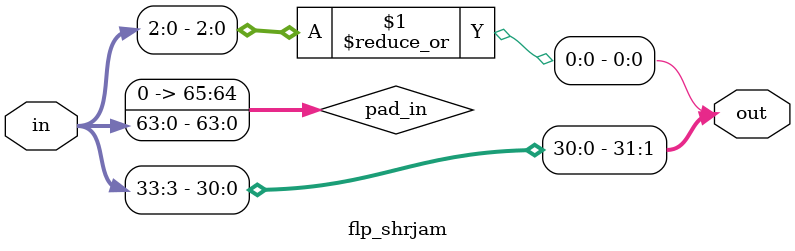
<source format=v>
/*
 * Copyright (c) 2020 The VxEngine Project. All rights reserved.
 *
 * Redistribution and use in source and binary forms, with or without
 * modification, are permitted provided that the following conditions
 * are met:
 * 1. Redistributions of source code must retain the above copyright
 *    notice, this list of conditions and the following disclaimer.
 * 2. Redistributions in binary form must reproduce the above copyright
 *    notice, this list of conditions and the following disclaimer in the
 *    documentation and/or other materials provided with the distribution.
 *
 * THIS SOFTWARE IS PROVIDED BY THE AUTHOR AND CONTRIBUTORS ``AS IS'' AND
 * ANY EXPRESS OR IMPLIED WARRANTIES, INCLUDING, BUT NOT LIMITED TO, THE
 * IMPLIED WARRANTIES OF MERCHANTABILITY AND FITNESS FOR A PARTICULAR PURPOSE
 * ARE DISCLAIMED.  IN NO EVENT SHALL THE AUTHOR OR CONTRIBUTORS BE LIABLE
 * FOR ANY DIRECT, INDIRECT, INCIDENTAL, SPECIAL, EXEMPLARY, OR CONSEQUENTIAL
 * DAMAGES (INCLUDING, BUT NOT LIMITED TO, PROCUREMENT OF SUBSTITUTE GOODS
 * OR SERVICES; LOSS OF USE, DATA, OR PROFITS; OR BUSINESS INTERRUPTION)
 * HOWEVER CAUSED AND ON ANY THEORY OF LIABILITY, WHETHER IN CONTRACT, STRICT
 * LIABILITY, OR TORT (INCLUDING NEGLIGENCE OR OTHERWISE) ARISING IN ANY WAY
 * OUT OF THE USE OF THIS SOFTWARE, EVEN IF ADVISED OF THE POSSIBILITY OF
 * SUCH DAMAGE.
 */

/*
 * Shift right and jam bits 
 */

module flp_shrjam(
	in,
	out
);
parameter INWIDTH = 64;		/* Input width */
parameter OUTWIDTH = 32;	/* Output width */
parameter SHAMT = 2;		/* Shift amount */
/* Inputs / outputs */
input wire [INWIDTH-1:0]	in;
output wire [OUTWIDTH-1:0]	out;

wire [INWIDTH+SHAMT-1:0] pad_in = { {SHAMT{1'b0}}, in };

/* Assign output with shifted out bits jammed in LSB */
assign out = { pad_in[OUTWIDTH+SHAMT-1:SHAMT+1], |pad_in[SHAMT:0] };

endmodule /* flp_shrjam */

</source>
